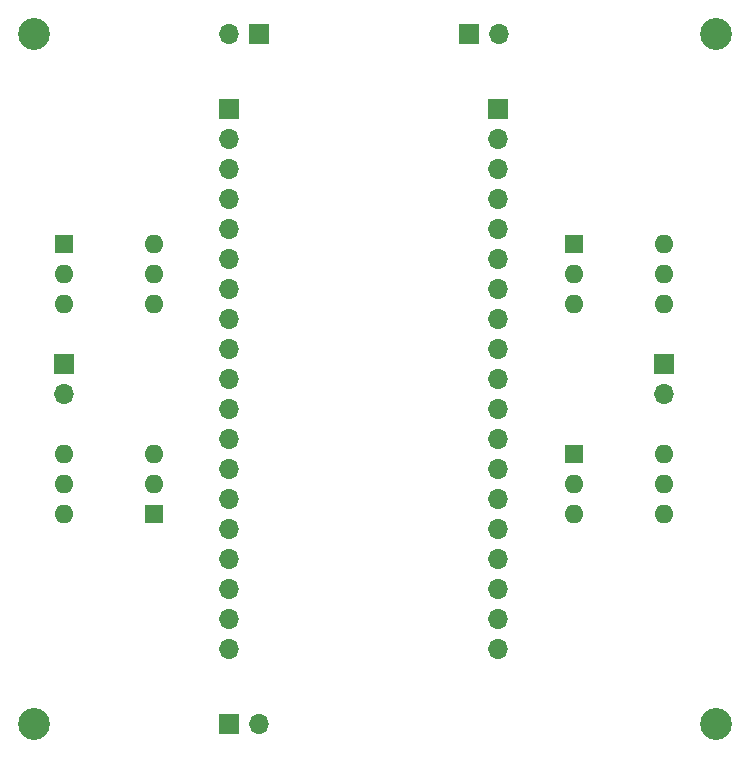
<source format=gbs>
G04 #@! TF.GenerationSoftware,KiCad,Pcbnew,(6.0.2)*
G04 #@! TF.CreationDate,2022-11-25T11:40:26-08:00*
G04 #@! TF.ProjectId,robot_pcb,726f626f-745f-4706-9362-2e6b69636164,rev?*
G04 #@! TF.SameCoordinates,Original*
G04 #@! TF.FileFunction,Soldermask,Bot*
G04 #@! TF.FilePolarity,Negative*
%FSLAX46Y46*%
G04 Gerber Fmt 4.6, Leading zero omitted, Abs format (unit mm)*
G04 Created by KiCad (PCBNEW (6.0.2)) date 2022-11-25 11:40:26*
%MOMM*%
%LPD*%
G01*
G04 APERTURE LIST*
%ADD10R,1.700000X1.700000*%
%ADD11O,1.700000X1.700000*%
%ADD12C,2.700000*%
%ADD13R,1.600000X1.600000*%
%ADD14O,1.600000X1.600000*%
G04 APERTURE END LIST*
D10*
X111760000Y-119380000D03*
D11*
X114300000Y-119380000D03*
D10*
X111760000Y-67320000D03*
D11*
X111760000Y-69860000D03*
X111760000Y-72400000D03*
X111760000Y-74940000D03*
X111760000Y-77480000D03*
X111760000Y-80020000D03*
X111760000Y-82560000D03*
X111760000Y-85100000D03*
X111760000Y-87640000D03*
X111760000Y-90180000D03*
X111760000Y-92720000D03*
X111760000Y-95260000D03*
X111760000Y-97800000D03*
X111760000Y-100340000D03*
X111760000Y-102880000D03*
X111760000Y-105420000D03*
X111760000Y-107960000D03*
X111760000Y-110500000D03*
X111760000Y-113040000D03*
D12*
X95250000Y-60960000D03*
D10*
X114300000Y-60960000D03*
D11*
X111760000Y-60960000D03*
D13*
X140970000Y-78740000D03*
D14*
X140970000Y-81280000D03*
X140970000Y-83820000D03*
X148590000Y-83820000D03*
X148590000Y-81280000D03*
X148590000Y-78740000D03*
D10*
X134560000Y-67310000D03*
D11*
X134560000Y-69850000D03*
X134560000Y-72390000D03*
X134560000Y-74930000D03*
X134560000Y-77470000D03*
X134560000Y-80010000D03*
X134560000Y-82550000D03*
X134560000Y-85090000D03*
X134560000Y-87630000D03*
X134560000Y-90170000D03*
X134560000Y-92710000D03*
X134560000Y-95250000D03*
X134560000Y-97790000D03*
X134560000Y-100330000D03*
X134560000Y-102870000D03*
X134560000Y-105410000D03*
X134560000Y-107950000D03*
X134560000Y-110490000D03*
X134560000Y-113030000D03*
D12*
X153035000Y-60960000D03*
D13*
X97800000Y-78740000D03*
D14*
X97800000Y-81280000D03*
X97800000Y-83820000D03*
X105420000Y-83820000D03*
X105420000Y-81280000D03*
X105420000Y-78740000D03*
D12*
X95250000Y-119380000D03*
D13*
X140980000Y-96535000D03*
D14*
X140980000Y-99075000D03*
X140980000Y-101615000D03*
X148600000Y-101615000D03*
X148600000Y-99075000D03*
X148600000Y-96535000D03*
D10*
X132080000Y-60960000D03*
D11*
X134620000Y-60960000D03*
D12*
X153035000Y-119380000D03*
D10*
X97790000Y-88900000D03*
D11*
X97790000Y-91440000D03*
D10*
X148590000Y-88900000D03*
D11*
X148590000Y-91440000D03*
D13*
X105400000Y-101585000D03*
D14*
X105400000Y-99045000D03*
X105400000Y-96505000D03*
X97780000Y-96505000D03*
X97780000Y-99045000D03*
X97780000Y-101585000D03*
M02*

</source>
